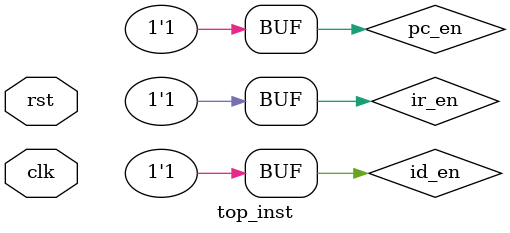
<source format=v>
`include "isu_mem.v"
`include "data_mem.v"
`include "pc.v"
`include "ir.v"
`include "alu.v"
`include "id_stage.v"
`include "ex_mem.v"
`include "mem_wb.v"

`define D_WIDTH         32
`define A_WIDTH         32
`define N_REGS          32
`define MEM_A_WIDTH     8
`define RF_SIZE         $clog2(`N_REGS)
`define OP_CODE_SIZE    7
`define FUNCT_3_SIZE    3
`define FUNCT_7_SIZE    7
`define OP_SIZE         4

module top_inst(
    input clk,
    input rst
);

    //pc wire
    wire                                pc_en;
    wire [`A_WIDTH-1:0]                 pc_cur;
    wire [`A_WIDTH-1:0]                 pc_next;

    //isu wires
    wire[`D_WIDTH-1:0]                  cur_isu;

    //ir wires
    wire                                ir_en;

    //idex wires
    wire                                id_en;
    wire [`RF_SIZE-1:0]                 idex_rs1;
    wire [`RF_SIZE-1:0]                 idex_rs2;
    wire [`D_WIDTH-1:0]                 idex_rs1_val;
    wire [`D_WIDTH-1:0]                 idex_rs2_val;
    wire [`D_WIDTH-1:0]                 idex_imm;
    wire [`RF_SIZE-1:0]                 idex_rd;
    wire                                idex_reg_write;
    wire                                idex_alu_src_imm;
    wire                                idex_mem_we;
    wire                                idex_mem_re;
    wire                                idex_mem_to_reg;
    wire [`OP_SIZE-1:0]                 idex_alu_op;

    //exmem wires
    wire [`D_WIDTH-1:0]                 exmem_alu_out;
    wire [`D_WIDTH-1:0]                 exmem_rs2_val;
    wire [`RF_SIZE-1:0]                 exmem_rd;
    wire                                exmem_reg_write;
    wire                                exmem_mem_we;
    wire                                exmem_mem_re;
    wire                                exmem_mem_to_reg;
    wire [`D_WIDTH-1:0]                 exmem_r_data;

    //memwb wires
    wire [`D_WIDTH-1:0]                 memwb_alu_out;
    wire [`D_WIDTH-1:0]                 memwb_mem_data;
    wire [`RF_SIZE-1:0]                 memwb_rd;
    wire                                memwb_reg_write;
    wire [`D_WIDTH-1:0]                 wb_data;
    wire                                memwb_mem_to_reg;

    //alu wires
    wire [`D_WIDTH-1:0]                 alu_a_w;
    wire [`D_WIDTH-1:0]                 rs2_fwd_w;
    wire [`D_WIDTH-1:0]                 alu_b_w;
    wire [`D_WIDTH-1:0]                 b_in;
    wire [`D_WIDTH-1:0]                 alu_out;
    wire                                alu_zero;

    //----------------------------------INSTRUCTION FETCH--------------------------------------------
    //instantiate pc register 
    assign pc_en = 1'b1;
    assign pc_next = pc_cur + 4; //advance a word

    pc # (
        .A_WIDTH(`A_WIDTH)
    )    
    pc_u(
        .clk(clk),
        .rst(rst),
        .en(pc_en),
        .next_pc(pc_next),
        .pc(pc_cur)
    );

    //instantiate isu memory
    isu_mem # (
        .MEM_A_WIDTH(`MEM_A_WIDTH),
        .D_WIDTH(`D_WIDTH),
        .A_WIDTH(`A_WIDTH)
    )    
    isu_mem_u(
        .clk(clk),
        .rst(rst),
        .addr(pc_cur),
        .dout(cur_isu)
    );

    //instantiate instruction register
    assign ir_en = 1'b1;

    wire [`D_WIDTH-1:0]                 instr;
    wire [`RF_SIZE-1:0]                 rs2;
    wire [`RF_SIZE-1:0]                 rs1;
    wire [`RF_SIZE-1:0]                 rd;
    wire [`FUNCT_7_SIZE-1:0]            funct7;
    wire [`FUNCT_3_SIZE-1:0]            funct3;
    wire [`OP_CODE_SIZE-1:0]            opcode;

    ir # (
        .D_WIDTH(`D_WIDTH),
        .N_REGS(`N_REGS),
        .RF_SIZE(`RF_SIZE),
        .OP_CODE_SIZE(`OP_CODE_SIZE),
        .FUNCT_3_SIZE(`FUNCT_3_SIZE),
        .FUNCT_7_SIZE(`FUNCT_7_SIZE)
    )    
    ir_u(
        .clk(clk),
        .rst(rst),
        .en(ir_en),
        .isu(cur_isu),
        .instr(instr),
        .rs2(rs2),
        .rs1(rs1),
        .rd(rd),
        .funct7(funct7),
        .funct3(funct3),
        .op_code(opcode)
    );

    //----------------------------------INSTRUCTION DECODE--------------------------------------------
    assign id_en = 1'b1;
    assign wb_data = memwb_mem_to_reg ? memwb_mem_data : memwb_alu_out;

    id_stage #(
        .D_WIDTH(`D_WIDTH),
        .N_REGS(`N_REGS),
        .RF_SIZE(`RF_SIZE),
        .OP_SIZE(`OP_SIZE)
    ) id_stage_u (
        .clk(clk),
        .rst(rst),
        .en(id_en),

        .instr(instr),
        .rs1(rs1),
        .rs2(rs2),
        .rd(rd),
        .opcode(opcode),
        .funct3(funct3),
        .funct7(funct7),

        .wb_we(memwb_reg_write && (memwb_rd != 0)),
        .wb_rd(memwb_rd),
        .wb_data(wb_data),

        .rs1_ex(idex_rs1),
        .rs2_ex(idex_rs2),
        .rs1_val_ex(idex_rs1_val),
        .rs2_val_ex(idex_rs2_val),
        .imm_ex(idex_imm),
        .rd_ex(idex_rd),
        .reg_write_ex(idex_reg_write),
        .alu_src_imm_ex(idex_alu_src_imm),
        .alu_op_ex(idex_alu_op),
        .mem_we_ex(idex_mem_we),
        .mem_re_ex(idex_mem_re),
        .mem_to_reg_ex(idex_mem_to_reg)
    );

    //----------------------------------INSTRUCTION EXEC--------------------------------------------
    //instantiate alu and add forwarding muxes
    assign alu_a_w = (exmem_reg_write && (exmem_rd != 0) && (exmem_rd == idex_rs1)) ? exmem_alu_out :
                 (memwb_reg_write && (memwb_rd != 0) && (memwb_rd == idex_rs1)) ? wb_data :
                 idex_rs1_val;

    assign rs2_fwd_w = (exmem_reg_write && (exmem_rd != 0) && (exmem_rd == idex_rs2)) ? exmem_alu_out :
                    (memwb_reg_write && (memwb_rd != 0) && (memwb_rd == idex_rs2)) ? wb_data :
                    idex_rs2_val;
    
    assign alu_b_w = idex_alu_src_imm ? idex_imm : rs2_fwd_w;

    alu # (
        .D_WIDTH(`D_WIDTH),
        .OP_SIZE(`OP_SIZE)
    )    
    alu_u(
        .alu_op(idex_alu_op),
        .a(alu_a_w),
        .b(alu_b_w),
        .y(alu_out),
        .zero(alu_zero)
    );

    //----------------------------------MEM EXEC--------------------------------------------
    //instantiate data mem
    data_mem # (
        .MEM_A_WIDTH(`MEM_A_WIDTH),
        .D_WIDTH(`D_WIDTH),
        .A_WIDTH(`A_WIDTH)
    )    
    data_mem_u(
        .clk(clk),
        .rst(rst),
        .we(exmem_mem_we),
        .w_addr(exmem_alu_out),
        .w_data(exmem_rs2_val),
        .re(exmem_mem_re),
        .r_addr(exmem_alu_out),
        .r_data(exmem_r_data)
    );

    //instantiate exmem
    ex_mem #(
        .D_WIDTH(`D_WIDTH),
        .RF_SIZE(`RF_SIZE)
    ) 
    ex_mem_u (
        .clk(clk),
        .rst(rst),

        .alu_out_ex(alu_out),
        .rs2_val_ex(rs2_fwd_w),
        .rd_ex(idex_rd),
        .reg_write_ex(idex_reg_write),
        .mem_we_ex(idex_mem_we),
        .mem_re_ex(idex_mem_re),
        .mem_to_reg_ex(idex_mem_to_reg),

        .alu_out_mem(exmem_alu_out),
        .rs2_val_mem(exmem_rs2_val),
        .rd_mem(exmem_rd),
        .reg_write_mem(exmem_reg_write),
        .mem_we_mem(exmem_mem_we),
        .mem_re_mem(exmem_mem_re),
        .mem_to_reg_mem(exmem_mem_to_reg)
    );

    //----------------------------------WB--------------------------------------------
    //instantiate mem_wb
    mem_wb #(
        .D_WIDTH(`D_WIDTH),
        .RF_SIZE(`RF_SIZE)
    ) mem_wb_u (
        .clk(clk),
        .rst(rst),

        .alu_out_mem(exmem_alu_out),
        .r_data_mem(exmem_r_data),
        .rd_mem(exmem_rd),
        .reg_write_mem(exmem_reg_write),
        .mem_to_reg_mem(exmem_mem_to_reg),

        .alu_out_wb(memwb_alu_out),
        .mem_data_wb(memwb_mem_data),
        .rd_wb(memwb_rd),
        .reg_write_wb(memwb_reg_write),
        .mem_to_reg_wb(memwb_mem_to_reg)
    );
endmodule
</source>
